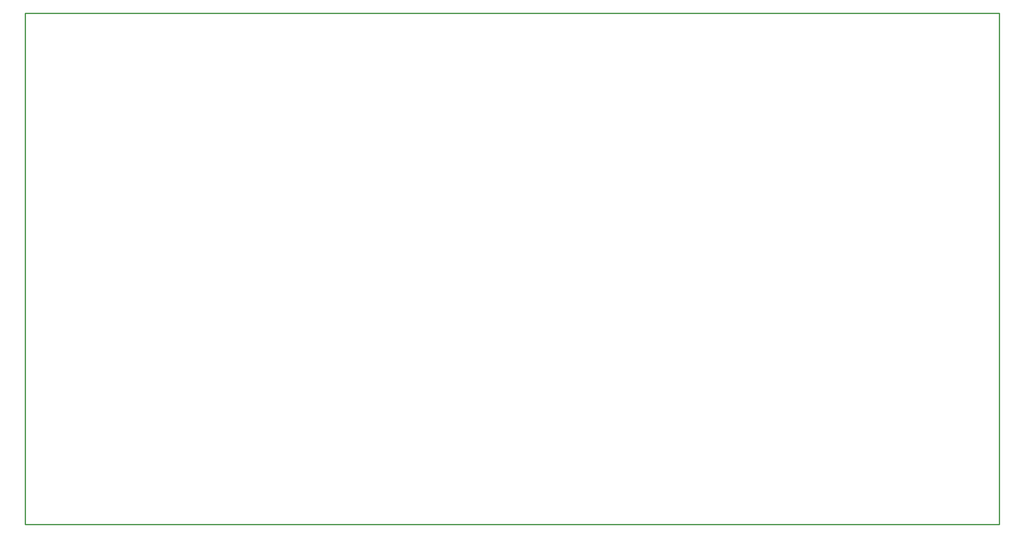
<source format=gbr>
G04*
G04 #@! TF.GenerationSoftware,Altium Limited,Altium Designer,22.4.2 (48)*
G04*
G04 Layer_Color=16711935*
%FSLAX25Y25*%
%MOIN*%
G70*
G04*
G04 #@! TF.SameCoordinates,7713EA0D-6249-4CA7-80EE-CA65CFE05E5E*
G04*
G04*
G04 #@! TF.FilePolarity,Positive*
G04*
G01*
G75*
%ADD16C,0.01000*%
D16*
X197Y197D02*
X787598D01*
X197Y413583D02*
X787598D01*
Y197D02*
Y413583D01*
X197Y197D02*
Y413583D01*
M02*

</source>
